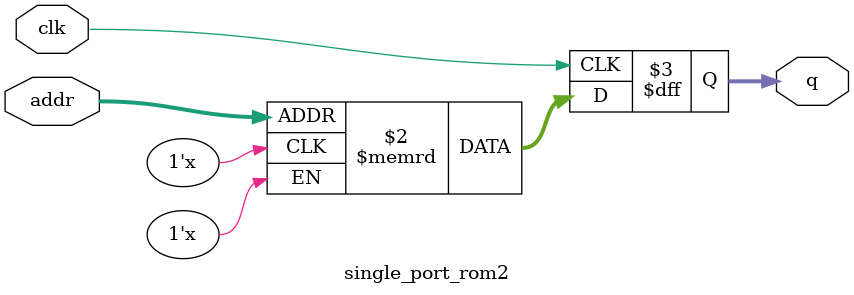
<source format=v>

module single_port_rom2
#(parameter DATA_WIDTH = 32, parameter ADDR_WIDTH = 8)
(
	input [(ADDR_WIDTH-1):0] addr,
	input clk, 
	output reg [(DATA_WIDTH-1):0] q
);
	reg [DATA_WIDTH-1:0] rom[2**ADDR_WIDTH-1:0]/* synthesis ram_init_file = "packet.mif" */;
	//reg [DATA_WIDTH-1:0] rom[2**ADDR_WIDTH-1:0];
/*
	initial
	begin
		$readmemb("../data1_1/spike_mif.txt", rom);
	end
*/
	always @ (posedge clk)
	begin
		q <= rom[addr];
	end

endmodule

</source>
